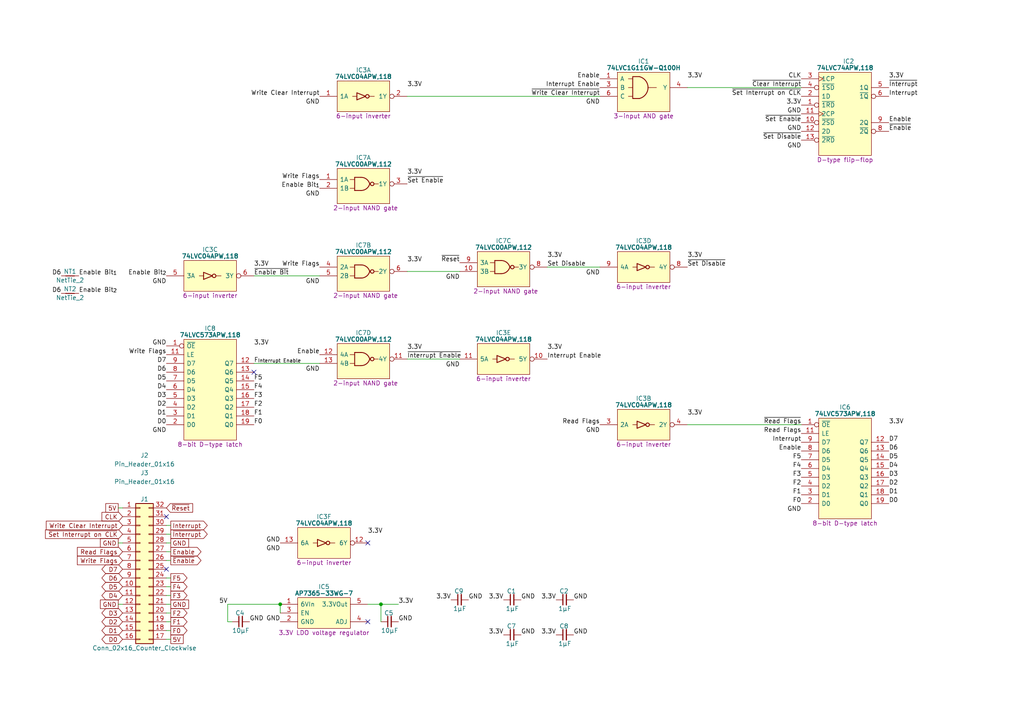
<source format=kicad_sch>
(kicad_sch (version 20231120) (generator "eeschema") (generator_version "8.0")
  (paper "A4")
  (title_block (title "Flags, Enable and Interrupt") (date "2024-02-19") (rev "V1"))
  (lib_symbols
    (symbol "74LVC04APW,118_Multi_1" (pin_names (offset 0.762))
      (property "Reference" "IC" (at 12.7 7.62 0))
      (property "Value" "74LVC04APW,118" (at 12.7 5.715 0))
      (property "Description" "6-input inverter" (at 12.7 -5.715 0))
      (symbol "74LVC04APW,118_Multi_1_0_0"
        (pin passive line (at 25.4 2.54 180) (length 5.08) hide (name "3V") (number "14"))
        (pin passive line (at 0 -2.54 0) (length 5.08) hide (name "GND") (number "7"))
      )
      (symbol "74LVC04APW,118_Multi_1_0_1"
        (polyline (pts (xy 9.525 0) (xy 10.7949 0)))
        (polyline (pts (xy 14.351 0) (xy 15.875 0)))
        (polyline (pts (xy 10.795 -1.016) (xy 13.335 0) (xy 10.795 1.016)) (stroke (width 0.254)))
        (polyline (pts (xy 5.08 4.445) (xy 20.32 4.445) (xy 20.32 -4.445) (xy 5.08 -4.445) (xy 5.08 4.445)) (stroke (width 0.1524)) (fill (type background)))
        (rectangle (start 10.795 1.016) (end 10.795 -1.016) (stroke (width 0.254)) (fill (type background)))
        (circle (center 13.843 0) (radius 0.508) (stroke (width 0.254)))
      )
      (symbol "74LVC04APW,118_Multi_1_1_0"
        (pin input line (at 0 0 0) (length 5.08) (name "1A") (number "1"))
        (pin output inverted (at 25.4 0 180) (length 5.08) (name "1Y") (number "2"))
      )
      (symbol "74LVC04APW,118_Multi_1_2_0"
        (pin input line (at 0 0 0) (length 5.08) (name "2A") (number "3"))
        (pin output inverted (at 25.4 0 180) (length 5.08) (name "2Y") (number "4"))
      )
      (symbol "74LVC04APW,118_Multi_1_3_0"
        (pin input line (at 0 0 0) (length 5.08) (name "3A") (number "5"))
        (pin output inverted (at 25.4 0 180) (length 5.08) (name "3Y") (number "6"))
      )
      (symbol "74LVC04APW,118_Multi_1_4_0"
        (pin output inverted (at 25.4 0 180) (length 5.08) (name "4Y") (number "8"))
        (pin input line (at 0 0 0) (length 5.08) (name "4A") (number "9"))
      )
      (symbol "74LVC04APW,118_Multi_1_5_0"
        (pin output inverted (at 25.4 0 180) (length 5.08) (name "5Y") (number "10"))
        (pin input line (at 0 0 0) (length 5.08) (name "5A") (number "11"))
      )
      (symbol "74LVC04APW,118_Multi_1_6_0"
        (pin output inverted (at 25.4 0 180) (length 5.08) (name "6Y") (number "12"))
        (pin input line (at 0 0 0) (length 5.08) (name "6A") (number "13"))
      )
    )
    (symbol "74LVC04APW,118_Multi_2" (pin_names (offset 0.762))
      (property "Reference" "IC" (at 12.7 7.62 0))
      (property "Value" "74LVC04APW,118" (at 12.7 5.715 0))
      (property "Description" "6-input inverter" (at 12.7 -5.715 0))
      (symbol "74LVC04APW,118_Multi_2_0_0"
        (pin passive line (at 25.4 2.54 180) (length 5.08) hide (name "3V") (number "14"))
        (pin passive line (at 0 -2.54 0) (length 5.08) hide (name "GND") (number "7"))
      )
      (symbol "74LVC04APW,118_Multi_2_0_1"
        (polyline (pts (xy 9.525 0) (xy 10.7949 0)))
        (polyline (pts (xy 14.351 0) (xy 15.875 0)))
        (polyline (pts (xy 10.795 -1.016) (xy 13.335 0) (xy 10.795 1.016)) (stroke (width 0.254)))
        (polyline (pts (xy 5.08 4.445) (xy 20.32 4.445) (xy 20.32 -4.445) (xy 5.08 -4.445) (xy 5.08 4.445)) (stroke (width 0.1524)) (fill (type background)))
        (rectangle (start 10.795 1.016) (end 10.795 -1.016) (stroke (width 0.254)) (fill (type background)))
        (circle (center 13.843 0) (radius 0.508) (stroke (width 0.254)))
      )
      (symbol "74LVC04APW,118_Multi_2_1_0"
        (pin input line (at 0 0 0) (length 5.08) (name "1A") (number "1"))
        (pin output inverted (at 25.4 0 180) (length 5.08) (name "1Y") (number "2"))
      )
      (symbol "74LVC04APW,118_Multi_2_2_0"
        (pin input line (at 0 0 0) (length 5.08) (name "2A") (number "3"))
        (pin output inverted (at 25.4 0 180) (length 5.08) (name "2Y") (number "4"))
      )
      (symbol "74LVC04APW,118_Multi_2_3_0"
        (pin input line (at 0 0 0) (length 5.08) (name "3A") (number "5"))
        (pin output inverted (at 25.4 0 180) (length 5.08) (name "3Y") (number "6"))
      )
      (symbol "74LVC04APW,118_Multi_2_4_0"
        (pin output inverted (at 25.4 0 180) (length 5.08) (name "4Y") (number "8"))
        (pin input line (at 0 0 0) (length 5.08) (name "4A") (number "9"))
      )
      (symbol "74LVC04APW,118_Multi_2_5_0"
        (pin output inverted (at 25.4 0 180) (length 5.08) (name "5Y") (number "10"))
        (pin input line (at 0 0 0) (length 5.08) (name "5A") (number "11"))
      )
      (symbol "74LVC04APW,118_Multi_2_6_0"
        (pin output inverted (at 25.4 0 180) (length 5.08) (name "6Y") (number "12"))
        (pin input line (at 0 0 0) (length 5.08) (name "6A") (number "13"))
      )
    )
    (symbol "74LVC04APW,118_Multi_3" (pin_names (offset 0.762))
      (property "Reference" "IC" (at 12.7 7.62 0))
      (property "Value" "74LVC04APW,118" (at 12.7 5.715 0))
      (property "Description" "6-input inverter" (at 12.7 -5.715 0))
      (symbol "74LVC04APW,118_Multi_3_0_0"
        (pin passive line (at 25.4 2.54 180) (length 5.08) hide (name "3V") (number "14"))
        (pin passive line (at 0 -2.54 0) (length 5.08) hide (name "GND") (number "7"))
      )
      (symbol "74LVC04APW,118_Multi_3_0_1"
        (polyline (pts (xy 9.525 0) (xy 10.7949 0)))
        (polyline (pts (xy 14.351 0) (xy 15.875 0)))
        (polyline (pts (xy 10.795 -1.016) (xy 13.335 0) (xy 10.795 1.016)) (stroke (width 0.254)))
        (polyline (pts (xy 5.08 4.445) (xy 20.32 4.445) (xy 20.32 -4.445) (xy 5.08 -4.445) (xy 5.08 4.445)) (stroke (width 0.1524)) (fill (type background)))
        (rectangle (start 10.795 1.016) (end 10.795 -1.016) (stroke (width 0.254)) (fill (type background)))
        (circle (center 13.843 0) (radius 0.508) (stroke (width 0.254)))
      )
      (symbol "74LVC04APW,118_Multi_3_1_0"
        (pin input line (at 0 0 0) (length 5.08) (name "1A") (number "1"))
        (pin output inverted (at 25.4 0 180) (length 5.08) (name "1Y") (number "2"))
      )
      (symbol "74LVC04APW,118_Multi_3_2_0"
        (pin input line (at 0 0 0) (length 5.08) (name "2A") (number "3"))
        (pin output inverted (at 25.4 0 180) (length 5.08) (name "2Y") (number "4"))
      )
      (symbol "74LVC04APW,118_Multi_3_3_0"
        (pin input line (at 0 0 0) (length 5.08) (name "3A") (number "5"))
        (pin output inverted (at 25.4 0 180) (length 5.08) (name "3Y") (number "6"))
      )
      (symbol "74LVC04APW,118_Multi_3_4_0"
        (pin output inverted (at 25.4 0 180) (length 5.08) (name "4Y") (number "8"))
        (pin input line (at 0 0 0) (length 5.08) (name "4A") (number "9"))
      )
      (symbol "74LVC04APW,118_Multi_3_5_0"
        (pin output inverted (at 25.4 0 180) (length 5.08) (name "5Y") (number "10"))
        (pin input line (at 0 0 0) (length 5.08) (name "5A") (number "11"))
      )
      (symbol "74LVC04APW,118_Multi_3_6_0"
        (pin output inverted (at 25.4 0 180) (length 5.08) (name "6Y") (number "12"))
        (pin input line (at 0 0 0) (length 5.08) (name "6A") (number "13"))
      )
    )
    (symbol "74LVC04APW,118_Multi_4" (pin_names (offset 0.762))
      (property "Reference" "IC" (at 12.7 7.62 0))
      (property "Value" "74LVC04APW,118" (at 12.7 5.715 0))
      (property "Description" "6-input inverter" (at 12.7 -5.715 0))
      (symbol "74LVC04APW,118_Multi_4_0_0"
        (pin passive line (at 25.4 2.54 180) (length 5.08) hide (name "3V") (number "14"))
        (pin passive line (at 0 -2.54 0) (length 5.08) hide (name "GND") (number "7"))
      )
      (symbol "74LVC04APW,118_Multi_4_0_1"
        (polyline (pts (xy 9.525 0) (xy 10.7949 0)))
        (polyline (pts (xy 14.351 0) (xy 15.875 0)))
        (polyline (pts (xy 10.795 -1.016) (xy 13.335 0) (xy 10.795 1.016)) (stroke (width 0.254)))
        (polyline (pts (xy 5.08 4.445) (xy 20.32 4.445) (xy 20.32 -4.445) (xy 5.08 -4.445) (xy 5.08 4.445)) (stroke (width 0.1524)) (fill (type background)))
        (rectangle (start 10.795 1.016) (end 10.795 -1.016) (stroke (width 0.254)) (fill (type background)))
        (circle (center 13.843 0) (radius 0.508) (stroke (width 0.254)))
      )
      (symbol "74LVC04APW,118_Multi_4_1_0"
        (pin input line (at 0 0 0) (length 5.08) (name "1A") (number "1"))
        (pin output inverted (at 25.4 0 180) (length 5.08) (name "1Y") (number "2"))
      )
      (symbol "74LVC04APW,118_Multi_4_2_0"
        (pin input line (at 0 0 0) (length 5.08) (name "2A") (number "3"))
        (pin output inverted (at 25.4 0 180) (length 5.08) (name "2Y") (number "4"))
      )
      (symbol "74LVC04APW,118_Multi_4_3_0"
        (pin input line (at 0 0 0) (length 5.08) (name "3A") (number "5"))
        (pin output inverted (at 25.4 0 180) (length 5.08) (name "3Y") (number "6"))
      )
      (symbol "74LVC04APW,118_Multi_4_4_0"
        (pin output inverted (at 25.4 0 180) (length 5.08) (name "4Y") (number "8"))
        (pin input line (at 0 0 0) (length 5.08) (name "4A") (number "9"))
      )
      (symbol "74LVC04APW,118_Multi_4_5_0"
        (pin output inverted (at 25.4 0 180) (length 5.08) (name "5Y") (number "10"))
        (pin input line (at 0 0 0) (length 5.08) (name "5A") (number "11"))
      )
      (symbol "74LVC04APW,118_Multi_4_6_0"
        (pin output inverted (at 25.4 0 180) (length 5.08) (name "6Y") (number "12"))
        (pin input line (at 0 0 0) (length 5.08) (name "6A") (number "13"))
      )
    )
    (symbol "74LVC04APW,118_Multi_5" (pin_names (offset 0.762))
      (property "Reference" "IC" (at 12.7 7.62 0))
      (property "Value" "74LVC04APW,118" (at 12.7 5.715 0))
      (property "Description" "6-input inverter" (at 12.7 -5.715 0))
      (symbol "74LVC04APW,118_Multi_5_0_0"
        (pin passive line (at 25.4 2.54 180) (length 5.08) hide (name "3V") (number "14"))
        (pin passive line (at 0 -2.54 0) (length 5.08) hide (name "GND") (number "7"))
      )
      (symbol "74LVC04APW,118_Multi_5_0_1"
        (polyline (pts (xy 9.525 0) (xy 10.7949 0)))
        (polyline (pts (xy 14.351 0) (xy 15.875 0)))
        (polyline (pts (xy 10.795 -1.016) (xy 13.335 0) (xy 10.795 1.016)) (stroke (width 0.254)))
        (polyline (pts (xy 5.08 4.445) (xy 20.32 4.445) (xy 20.32 -4.445) (xy 5.08 -4.445) (xy 5.08 4.445)) (stroke (width 0.1524)) (fill (type background)))
        (rectangle (start 10.795 1.016) (end 10.795 -1.016) (stroke (width 0.254)) (fill (type background)))
        (circle (center 13.843 0) (radius 0.508) (stroke (width 0.254)))
      )
      (symbol "74LVC04APW,118_Multi_5_1_0"
        (pin input line (at 0 0 0) (length 5.08) (name "1A") (number "1"))
        (pin output inverted (at 25.4 0 180) (length 5.08) (name "1Y") (number "2"))
      )
      (symbol "74LVC04APW,118_Multi_5_2_0"
        (pin input line (at 0 0 0) (length 5.08) (name "2A") (number "3"))
        (pin output inverted (at 25.4 0 180) (length 5.08) (name "2Y") (number "4"))
      )
      (symbol "74LVC04APW,118_Multi_5_3_0"
        (pin input line (at 0 0 0) (length 5.08) (name "3A") (number "5"))
        (pin output inverted (at 25.4 0 180) (length 5.08) (name "3Y") (number "6"))
      )
      (symbol "74LVC04APW,118_Multi_5_4_0"
        (pin output inverted (at 25.4 0 180) (length 5.08) (name "4Y") (number "8"))
        (pin input line (at 0 0 0) (length 5.08) (name "4A") (number "9"))
      )
      (symbol "74LVC04APW,118_Multi_5_5_0"
        (pin output inverted (at 25.4 0 180) (length 5.08) (name "5Y") (number "10"))
        (pin input line (at 0 0 0) (length 5.08) (name "5A") (number "11"))
      )
      (symbol "74LVC04APW,118_Multi_5_6_0"
        (pin output inverted (at 25.4 0 180) (length 5.08) (name "6Y") (number "12"))
        (pin input line (at 0 0 0) (length 5.08) (name "6A") (number "13"))
      )
    )
    (symbol "Connector_Generic:Conn_02x16_Counter_Clockwise" (pin_names (offset 1.016) hide)
      (property "Reference" "J" (at 1.27 20.32 0))
      (property "Value" "Conn_02x16_Counter_Clockwise" (at 1.27 -22.86 0))
      (symbol "Conn_02x16_Counter_Clockwise_1_1"
        (rectangle (start -1.27 -20.193) (end 0 -20.447) (stroke (width 0.1524)))
        (rectangle (start -1.27 -17.653) (end 0 -17.907) (stroke (width 0.1524)))
        (rectangle (start -1.27 -15.113) (end 0 -15.367) (stroke (width 0.1524)))
        (rectangle (start -1.27 -12.573) (end 0 -12.827) (stroke (width 0.1524)))
        (rectangle (start -1.27 -10.033) (end 0 -10.287) (stroke (width 0.1524)))
        (rectangle (start -1.27 -7.493) (end 0 -7.747) (stroke (width 0.1524)))
        (rectangle (start -1.27 -4.953) (end 0 -5.207) (stroke (width 0.1524)))
        (rectangle (start -1.27 -2.413) (end 0 -2.667) (stroke (width 0.1524)))
        (rectangle (start -1.27 0.127) (end 0 -0.127) (stroke (width 0.1524)))
        (rectangle (start -1.27 2.667) (end 0 2.413) (stroke (width 0.1524)))
        (rectangle (start -1.27 5.207) (end 0 4.953) (stroke (width 0.1524)))
        (rectangle (start -1.27 7.747) (end 0 7.493) (stroke (width 0.1524)))
        (rectangle (start -1.27 10.287) (end 0 10.033) (stroke (width 0.1524)))
        (rectangle (start -1.27 12.827) (end 0 12.573) (stroke (width 0.1524)))
        (rectangle (start -1.27 15.367) (end 0 15.113) (stroke (width 0.1524)))
        (rectangle (start -1.27 17.907) (end 0 17.653) (stroke (width 0.1524)))
        (rectangle (start -1.27 19.05) (end 3.81 -21.59) (stroke (width 0.254)) (fill (type background)))
        (rectangle (start 3.81 -20.193) (end 2.54 -20.447) (stroke (width 0.1524)))
        (rectangle (start 3.81 -17.653) (end 2.54 -17.907) (stroke (width 0.1524)))
        (rectangle (start 3.81 -15.113) (end 2.54 -15.367) (stroke (width 0.1524)))
        (rectangle (start 3.81 -12.573) (end 2.54 -12.827) (stroke (width 0.1524)))
        (rectangle (start 3.81 -10.033) (end 2.54 -10.287) (stroke (width 0.1524)))
        (rectangle (start 3.81 -7.493) (end 2.54 -7.747) (stroke (width 0.1524)))
        (rectangle (start 3.81 -4.953) (end 2.54 -5.207) (stroke (width 0.1524)))
        (rectangle (start 3.81 -2.413) (end 2.54 -2.667) (stroke (width 0.1524)))
        (rectangle (start 3.81 0.127) (end 2.54 -0.127) (stroke (width 0.1524)))
        (rectangle (start 3.81 2.667) (end 2.54 2.413) (stroke (width 0.1524)))
        (rectangle (start 3.81 5.207) (end 2.54 4.953) (stroke (width 0.1524)))
        (rectangle (start 3.81 7.747) (end 2.54 7.493) (stroke (width 0.1524)))
        (rectangle (start 3.81 10.287) (end 2.54 10.033) (stroke (width 0.1524)))
        (rectangle (start 3.81 12.827) (end 2.54 12.573) (stroke (width 0.1524)))
        (rectangle (start 3.81 15.367) (end 2.54 15.113) (stroke (width 0.1524)))
        (rectangle (start 3.81 17.907) (end 2.54 17.653) (stroke (width 0.1524)))
        (pin passive line (at -5.08 17.78 0) (length 3.81) (name "Pin_1") (number "1"))
        (pin passive line (at -5.08 -5.08 0) (length 3.81) (name "Pin_10") (number "10"))
        (pin passive line (at -5.08 -7.62 0) (length 3.81) (name "Pin_11") (number "11"))
        (pin passive line (at -5.08 -10.16 0) (length 3.81) (name "Pin_12") (number "12"))
        (pin passive line (at -5.08 -12.7 0) (length 3.81) (name "Pin_13") (number "13"))
        (pin passive line (at -5.08 -15.24 0) (length 3.81) (name "Pin_14") (number "14"))
        (pin passive line (at -5.08 -17.78 0) (length 3.81) (name "Pin_15") (number "15"))
        (pin passive line (at -5.08 -20.32 0) (length 3.81) (name "Pin_16") (number "16"))
        (pin passive line (at 7.62 -20.32 180) (length 3.81) (name "Pin_17") (number "17"))
        (pin passive line (at 7.62 -17.78 180) (length 3.81) (name "Pin_18") (number "18"))
        (pin passive line (at 7.62 -15.24 180) (length 3.81) (name "Pin_19") (number "19"))
        (pin passive line (at -5.08 15.24 0) (length 3.81) (name "Pin_2") (number "2"))
        (pin passive line (at 7.62 -12.7 180) (length 3.81) (name "Pin_20") (number "20"))
        (pin passive line (at 7.62 -10.16 180) (length 3.81) (name "Pin_21") (number "21"))
        (pin passive line (at 7.62 -7.62 180) (length 3.81) (name "Pin_22") (number "22"))
        (pin passive line (at 7.62 -5.08 180) (length 3.81) (name "Pin_23") (number "23"))
        (pin passive line (at 7.62 -2.54 180) (length 3.81) (name "Pin_24") (number "24"))
        (pin passive line (at 7.62 0 180) (length 3.81) (name "Pin_25") (number "25"))
        (pin passive line (at 7.62 2.54 180) (length 3.81) (name "Pin_26") (number "26"))
        (pin passive line (at 7.62 5.08 180) (length 3.81) (name "Pin_27") (number "27"))
        (pin passive line (at 7.62 7.62 180) (length 3.81) (name "Pin_28") (number "28"))
        (pin passive line (at 7.62 10.16 180) (length 3.81) (name "Pin_29") (number "29"))
        (pin passive line (at -5.08 12.7 0) (length 3.81) (name "Pin_3") (number "3"))
        (pin passive line (at 7.62 12.7 180) (length 3.81) (name "Pin_30") (number "30"))
        (pin passive line (at 7.62 15.24 180) (length 3.81) (name "Pin_31") (number "31"))
        (pin passive line (at 7.62 17.78 180) (length 3.81) (name "Pin_32") (number "32"))
        (pin passive line (at -5.08 10.16 0) (length 3.81) (name "Pin_4") (number "4"))
        (pin passive line (at -5.08 7.62 0) (length 3.81) (name "Pin_5") (number "5"))
        (pin passive line (at -5.08 5.08 0) (length 3.81) (name "Pin_6") (number "6"))
        (pin passive line (at -5.08 2.54 0) (length 3.81) (name "Pin_7") (number "7"))
        (pin passive line (at -5.08 0 0) (length 3.81) (name "Pin_8") (number "8"))
        (pin passive line (at -5.08 -2.54 0) (length 3.81) (name "Pin_9") (number "9"))
      )
    )
    (symbol "Device:NetTie_2" (pin_numbers hide) (pin_names (offset 0) hide) (in_bom no)
      (property "Reference" "NT" (at 0 1.27 0))
      (property "Value" "NetTie_2" (at 0 -1.27 0))
      (symbol "NetTie_2_0_1"
        (polyline (pts (xy -1.27 0) (xy 1.27 0)) (stroke (width 0.254)))
      )
      (symbol "NetTie_2_1_1"
        (pin passive line (at -2.54 0 0) (length 2.54) (name "1") (number "1"))
        (pin passive line (at 2.54 0 180) (length 2.54) (name "2") (number "2"))
      )
    )
    (symbol "Diodes_Inc:AP7365-33WG-7" (pin_names (offset 0.762))
      (property "Reference" "IC" (at 12.7 5.08 0))
      (property "Value" "AP7365-33WG-7" (at 12.7 3.175 0))
      (property "Description" "3.3V LDO voltage regulator" (at 12.7 -8.255 0))
      (symbol "AP7365-33WG-7_0_0"
        (pin passive line (at 0 -5.08 0) (length 5.08) (name "GND") (number "2"))
        (pin input line (at 0 -2.54 0) (length 5.08) (name "EN") (number "3"))
        (pin passive line (at 25.4 -5.08 180) (length 5.08) (name "ADJ") (number "4"))
      )
      (symbol "AP7365-33WG-7_0_1"
        (polyline (pts (xy 5.08 1.905) (xy 20.32 1.905) (xy 20.32 -6.985) (xy 5.08 -6.985) (xy 5.08 1.905)) (fill (type background)))
      )
      (symbol "AP7365-33WG-7_1_0"
        (pin passive line (at 0 0 0) (length 5.08) (name "6VIn") (number "1"))
        (pin passive line (at 25.4 0 180) (length 5.08) (name "3.3VOut") (number "5"))
      )
    )
    (symbol "HCP65:C_0805" (pin_numbers hide) (pin_names (offset 0.254) hide)
      (property "Reference" "C" (at 2.286 2.54 0))
      (property "Value" "?μF" (at 2.54 -2.54 0))
      (symbol "C_0805_0_1"
        (polyline (pts (xy 1.9685 -1.4605) (xy 1.9685 1.5875)) (stroke (width 0.3048)))
        (polyline (pts (xy 2.9845 -1.4605) (xy 2.9845 1.5875)) (stroke (width 0.3302)))
      )
      (symbol "C_0805_1_1"
        (pin passive line (at 0 0 0) (length 2.032) (name "~") (number "1"))
        (pin passive line (at 5.08 0 180) (length 2.032) (name "~") (number "2"))
      )
    )
    (symbol "HCP65:Pin_Header_01x32" (pin_names (offset 1.016) hide)
      (property "Reference" "J" (at 0 1.27 0))
      (property "Value" "Pin_Header_01x32" (at 0 -1.27 0))
    )
    (symbol "Nexperia:74LVC00APW,112_Multi" (pin_names (offset 0.762))
      (property "Reference" "IC" (at 12.7 6.35 0))
      (property "Value" "74LVC00APW,112" (at 12.7 4.445 0))
      (property "Description" "2-input NAND gate" (at 13.335 -8.255 0))
      (symbol "74LVC00APW,112_Multi_0_0"
        (pin passive line (at 25.4 1.27 180) (length 5.08) hide (name "3V") (number "14"))
        (pin passive line (at 0 -5.08 0) (length 5.08) hide (name "GND") (number "7"))
      )
      (symbol "74LVC00APW,112_Multi_0_1"
        (polyline (pts (xy 8.802 -2.54) (xy 10.0719 -2.54)))
        (polyline (pts (xy 8.802 0) (xy 10.0719 0)))
        (polyline (pts (xy 10.16 0.635) (xy 10.16 -3.175)) (stroke (width 0.254)) (fill (type background)))
        (polyline (pts (xy 11.977 -3.175) (xy 10.16 -3.175)) (stroke (width 0.254)) (fill (type background)))
        (polyline (pts (xy 11.977 0.635) (xy 10.16 0.635)) (stroke (width 0.254)) (fill (type background)))
        (polyline (pts (xy 15.875 -1.27) (xy 17.057 -1.27)))
        (polyline (pts (xy 5.08 3.175) (xy 20.32 3.175) (xy 20.32 -6.985) (xy 5.08 -6.985) (xy 5.08 3.175)) (stroke (width 0.1524)) (fill (type background)))
        (arc (start 11.977 -3.175) (mid 13.5751 -2.6601) (end 14.517 -1.27) (stroke (width 0.254)))
        (arc (start 14.517 -1.27) (mid 13.5761 0.1213) (end 11.977 0.635) (stroke (width 0.254)))
        (circle (center 15.24 -1.27) (radius 0.508) (stroke (width 0.254)))
      )
      (symbol "74LVC00APW,112_Multi_1_0"
        (pin input line (at 0 0 0) (length 5.08) (name "1A") (number "1"))
        (pin input line (at 0 -2.54 0) (length 5.08) (name "1B") (number "2"))
        (pin output inverted (at 25.4 -1.27 180) (length 5.08) (name "1Y") (number "3"))
      )
      (symbol "74LVC00APW,112_Multi_2_0"
        (pin input line (at 0 0 0) (length 5.08) (name "2A") (number "4"))
        (pin input line (at 0 -2.54 0) (length 5.08) (name "2B") (number "5"))
        (pin output inverted (at 25.4 -1.27 180) (length 5.08) (name "2Y") (number "6"))
      )
      (symbol "74LVC00APW,112_Multi_3_0"
        (pin input line (at 0 -2.54 0) (length 5.08) (name "3B") (number "10"))
        (pin output inverted (at 25.4 -1.27 180) (length 5.08) (name "3Y") (number "8"))
        (pin input line (at 0 0 0) (length 5.08) (name "3A") (number "9"))
      )
      (symbol "74LVC00APW,112_Multi_4_0"
        (pin output inverted (at 25.4 -1.27 180) (length 5.08) (name "4Y") (number "11"))
        (pin input line (at 0 0 0) (length 5.08) (name "4A") (number "12"))
        (pin input line (at 0 -2.54 0) (length 5.08) (name "4B") (number "13"))
      )
    )
    (symbol "Nexperia:74LVC04APW,118_Multi" (pin_names (offset 0.762))
      (property "Reference" "IC" (at 12.7 7.62 0))
      (property "Value" "74LVC04APW,118" (at 12.7 5.715 0))
      (property "Description" "6-input inverter" (at 12.7 -5.715 0))
      (symbol "74LVC04APW,118_Multi_0_0"
        (pin passive line (at 25.4 2.54 180) (length 5.08) hide (name "3V") (number "14"))
        (pin passive line (at 0 -2.54 0) (length 5.08) hide (name "GND") (number "7"))
      )
      (symbol "74LVC04APW,118_Multi_0_1"
        (polyline (pts (xy 9.525 0) (xy 10.7949 0)))
        (polyline (pts (xy 14.351 0) (xy 15.875 0)))
        (polyline (pts (xy 10.795 -1.016) (xy 13.335 0) (xy 10.795 1.016)) (stroke (width 0.254)))
        (polyline (pts (xy 5.08 4.445) (xy 20.32 4.445) (xy 20.32 -4.445) (xy 5.08 -4.445) (xy 5.08 4.445)) (stroke (width 0.1524)) (fill (type background)))
        (rectangle (start 10.795 1.016) (end 10.795 -1.016) (stroke (width 0.254)) (fill (type background)))
        (circle (center 13.843 0) (radius 0.508) (stroke (width 0.254)))
      )
      (symbol "74LVC04APW,118_Multi_1_0"
        (pin input line (at 0 0 0) (length 5.08) (name "1A") (number "1"))
        (pin output inverted (at 25.4 0 180) (length 5.08) (name "1Y") (number "2"))
      )
      (symbol "74LVC04APW,118_Multi_2_0"
        (pin input line (at 0 0 0) (length 5.08) (name "2A") (number "3"))
        (pin output inverted (at 25.4 0 180) (length 5.08) (name "2Y") (number "4"))
      )
      (symbol "74LVC04APW,118_Multi_3_0"
        (pin input line (at 0 0 0) (length 5.08) (name "3A") (number "5"))
        (pin output inverted (at 25.4 0 180) (length 5.08) (name "3Y") (number "6"))
      )
      (symbol "74LVC04APW,118_Multi_4_0"
        (pin output inverted (at 25.4 0 180) (length 5.08) (name "4Y") (number "8"))
        (pin input line (at 0 0 0) (length 5.08) (name "4A") (number "9"))
      )
      (symbol "74LVC04APW,118_Multi_5_0"
        (pin output inverted (at 25.4 0 180) (length 5.08) (name "5Y") (number "10"))
        (pin input line (at 0 0 0) (length 5.08) (name "5A") (number "11"))
      )
      (symbol "74LVC04APW,118_Multi_6_0"
        (pin output inverted (at 25.4 0 180) (length 5.08) (name "6Y") (number "12"))
        (pin input line (at 0 0 0) (length 5.08) (name "6A") (number "13"))
      )
    )
    (symbol "Nexperia:74LVC1G11GW-Q100H" (pin_names (offset 0.762))
      (property "Reference" "IC" (at 12.7 5.08 0))
      (property "Value" "74LVC1G11GW-Q100H" (at 12.7 3.175 0))
      (property "Description" "3-input AND gate" (at 12.7 -10.795 0))
      (symbol "74LVC1G11GW-Q100H_0_0"
        (pin input line (at 0 0 0) (length 5.08) (name "A") (number "1"))
        (pin input line (at 0 -2.54 0) (length 5.08) (name "B") (number "3"))
        (pin output line (at 25.4 -2.54 180) (length 5.08) (name "Y") (number "4"))
        (pin input line (at 0 -5.08 0) (length 5.08) (name "C") (number "6"))
      )
      (symbol "74LVC1G11GW-Q100H_0_1"
        (polyline (pts (xy 8.255 -5.08) (xy 9.5249 -5.08)))
        (polyline (pts (xy 8.255 -2.54) (xy 9.5249 -2.54)))
        (polyline (pts (xy 8.255 0) (xy 9.5249 0)))
        (polyline (pts (xy 9.525 0.635) (xy 9.525 -5.715)) (stroke (width 0.254)) (fill (type background)))
        (polyline (pts (xy 11.43 -5.715) (xy 9.613 -5.715)) (stroke (width 0.254)) (fill (type background)))
        (polyline (pts (xy 11.43 0.635) (xy 9.613 0.635)) (stroke (width 0.254)) (fill (type background)))
        (polyline (pts (xy 13.97 -2.54) (xy 16.422 -2.54)))
        (polyline (pts (xy 5.08 1.905) (xy 20.32 1.905) (xy 20.32 -9.525) (xy 5.08 -9.525) (xy 5.08 1.905)) (stroke (width 0.1524)) (fill (type background)))
        (arc (start 11.43 -5.715) (mid 13.2458 -4.5642) (end 13.97 -2.54) (stroke (width 0.254)))
        (arc (start 13.97 -2.54) (mid 13.2471 -0.5149) (end 11.43 0.635) (stroke (width 0.254)))
      )
      (symbol "74LVC1G11GW-Q100H_1_0"
        (pin passive line (at 0 -7.62 0) (length 5.08) hide (name "GND") (number "2"))
        (pin passive line (at 25.4 0 180) (length 5.08) hide (name "3V") (number "5"))
      )
    )
    (symbol "Nexperia:74LVC573APW,118" (pin_names (offset 0.762))
      (property "Reference" "IC" (at 12.7 5.08 0))
      (property "Value" "74LVC573APW,118" (at 12.7 3.175 0))
      (property "Description" "8-bit D-type latch" (at 12.7 -28.575 0))
      (symbol "74LVC573APW,118_0_0"
        (pin input inverted (at 0 0 0) (length 5.08) (name "~{OE}") (number "1"))
        (pin passive line (at 0 -25.4 0) (length 5.08) hide (name "GND") (number "10"))
        (pin input line (at 0 -2.54 0) (length 5.08) (name "LE") (number "11"))
        (pin tri_state line (at 25.4 -5.08 180) (length 5.08) (name "Q7") (number "12"))
        (pin tri_state line (at 25.4 -7.62 180) (length 5.08) (name "Q6") (number "13"))
        (pin tri_state line (at 25.4 -10.16 180) (length 5.08) (name "Q5") (number "14"))
        (pin tri_state line (at 25.4 -12.7 180) (length 5.08) (name "Q4") (number "15"))
        (pin tri_state line (at 25.4 -15.24 180) (length 5.08) (name "Q3") (number "16"))
        (pin tri_state line (at 25.4 -17.78 180) (length 5.08) (name "Q2") (number "17"))
        (pin tri_state line (at 25.4 -20.32 180) (length 5.08) (name "Q1") (number "18"))
        (pin tri_state line (at 25.4 -22.86 180) (length 5.08) (name "Q0") (number "19"))
        (pin input line (at 0 -22.86 0) (length 5.08) (name "D0") (number "2"))
        (pin passive line (at 25.4 0 180) (length 5.08) hide (name "3V") (number "20"))
        (pin input line (at 0 -20.32 0) (length 5.08) (name "D1") (number "3"))
        (pin input line (at 0 -17.78 0) (length 5.08) (name "D2") (number "4"))
        (pin input line (at 0 -15.24 0) (length 5.08) (name "D3") (number "5"))
        (pin input line (at 0 -12.7 0) (length 5.08) (name "D4") (number "6"))
        (pin input line (at 0 -10.16 0) (length 5.08) (name "D5") (number "7"))
        (pin input line (at 0 -7.62 0) (length 5.08) (name "D6") (number "8"))
        (pin input line (at 0 -5.08 0) (length 5.08) (name "D7") (number "9"))
      )
      (symbol "74LVC573APW,118_0_1"
        (polyline (pts (xy 5.08 1.905) (xy 20.32 1.905) (xy 20.32 -27.305) (xy 5.08 -27.305) (xy 5.08 1.905)) (stroke (width 0.1524)) (fill (type background)))
      )
    )
    (symbol "Nexperia:74LVC74APW,118" (pin_names (offset 0.762))
      (property "Reference" "IC" (at 12.065 5.08 0))
      (property "Value" "74LVC74APW,118" (at 12.7 3.175 0))
      (property "Description" "D-type flip-flop" (at 12.7 -23.495 0))
      (symbol "74LVC74APW,118_0_0"
        (pin input inverted (at 0 -7.62 0) (length 5.08) (name "~{1RD}") (number "1"))
        (pin input inverted (at 0 -12.7 0) (length 5.08) (name "~{2SD}") (number "10"))
        (pin input clock (at 0 -10.16 0) (length 5.08) (name "2CP") (number "11"))
        (pin input line (at 0 -15.24 0) (length 5.08) (name "2D") (number "12"))
        (pin input inverted (at 0 -17.78 0) (length 5.08) (name "~{2RD}") (number "13"))
        (pin passive line (at 25.4 0 180) (length 5.08) hide (name "3V") (number "14"))
        (pin input line (at 0 -5.08 0) (length 5.08) (name "1D") (number "2"))
        (pin input clock (at 0 0 0) (length 5.08) (name "1CP") (number "3"))
        (pin input inverted (at 0 -2.54 0) (length 5.08) (name "~{1SD}") (number "4"))
        (pin output line (at 25.4 -2.54 180) (length 5.08) (name "1Q") (number "5"))
        (pin output inverted (at 25.4 -5.08 180) (length 5.08) (name "~{1Q}") (number "6"))
        (pin passive line (at 0 -20.32 0) (length 5.08) hide (name "GND") (number "7"))
        (pin output inverted (at 25.4 -15.24 180) (length 5.08) (name "~{2Q}") (number "8"))
        (pin output line (at 25.4 -12.7 180) (length 5.08) (name "2Q") (number "9"))
      )
      (symbol "74LVC74APW,118_0_1"
        (polyline (pts (xy 5.08 1.905) (xy 20.32 1.905) (xy 20.32 -22.225) (xy 5.08 -22.225) (xy 5.08 1.905)) (stroke (width 0.1524)) (fill (type background)))
      )
    )
  )
  (junction (at 81.28 175.26))
  (junction (at 110.49 175.26))
  (no_connect (at 106.68 180.34))
  (no_connect (at 48.26 165.1))
  (no_connect (at 48.26 149.86))
  (no_connect (at 73.66 107.95))
  (no_connect (at 106.68 157.48))
  (wire (pts (xy 49.53 157.48) (xy 48.26 157.48)))
  (wire (pts (xy 34.29 175.26) (xy 35.56 175.26)))
  (wire (pts (xy 49.53 185.42) (xy 48.26 185.42)))
  (wire (pts (xy 110.49 180.34) (xy 110.49 175.26)))
  (wire (pts (xy 49.53 175.26) (xy 48.26 175.26)))
  (wire (pts (xy 49.53 180.34) (xy 48.26 180.34)))
  (wire (pts (xy 199.39 25.4) (xy 232.41 25.4)))
  (wire (pts (xy 49.53 170.18) (xy 48.26 170.18)))
  (wire (pts (xy 66.04 175.26) (xy 81.28 175.26)))
  (wire (pts (xy 49.53 167.64) (xy 48.26 167.64)))
  (wire (pts (xy 49.53 152.4) (xy 48.26 152.4)))
  (wire (pts (xy 118.11 104.14) (xy 133.35 104.14)))
  (wire (pts (xy 34.29 157.48) (xy 35.56 157.48)))
  (wire (pts (xy 81.28 175.26) (xy 81.28 177.8)))
  (wire (pts (xy 232.41 123.19) (xy 199.39 123.19)))
  (wire (pts (xy 49.53 154.94) (xy 48.26 154.94)))
  (wire (pts (xy 49.53 160.02) (xy 48.26 160.02)))
  (wire (pts (xy 49.53 172.72) (xy 48.26 172.72)))
  (wire (pts (xy 106.68 175.26) (xy 110.49 175.26)))
  (wire (pts (xy 49.53 162.56) (xy 48.26 162.56)))
  (wire (pts (xy 118.11 78.74) (xy 133.35 78.74)))
  (wire (pts (xy 118.11 27.94) (xy 173.99 27.94)))
  (wire (pts (xy 73.66 80.01) (xy 92.71 80.01)))
  (wire (pts (xy 158.75 77.47) (xy 173.99 77.47)))
  (wire (pts (xy 66.04 175.26) (xy 66.04 180.34)))
  (wire (pts (xy 49.53 177.8) (xy 48.26 177.8)))
  (wire (pts (xy 49.53 182.88) (xy 48.26 182.88)))
  (wire (pts (xy 73.66 105.41) (xy 92.71 105.41)))
  (wire (pts (xy 66.04 180.34) (xy 67.31 180.34)))
  (wire (pts (xy 34.29 147.32) (xy 35.56 147.32)))
  (wire (pts (xy 110.49 175.26) (xy 115.57 175.26)))
  (label "F5" (at 73.66 110.49 0))
  (label "3.3V" (at 146.05 173.99 180))
  (label "CLK" (at 232.41 22.86 180))
  (label "D3" (at 257.81 138.43 0))
  (label "GND" (at 232.41 43.18 180))
  (label "GND" (at 173.99 80.01 180))
  (label "3.3V" (at 199.39 74.93 0))
  (label "GND" (at 81.28 160.02 180))
  (label "F0" (at 232.41 146.05 180))
  (label "Interrupt Enable" (at 173.99 25.4 180))
  (label "~{Interrupt Enable}" (at 118.11 104.14 0))
  (label "F4" (at 232.41 135.89 180))
  (label "D7" (at 48.26 105.41 180))
  (label "F3" (at 73.66 115.57 0))
  (label "GND" (at 115.57 180.34 0))
  (label "GND" (at 173.99 125.73 180))
  (label "D2" (at 48.26 118.11 180))
  (label "GND" (at 48.26 125.73 180))
  (label "D6" (at 257.81 130.81 0))
  (label "3.3V" (at 118.11 50.8 0))
  (label "D4" (at 257.81 135.89 0))
  (label "~{Set Disable}" (at 232.41 40.64 180))
  (label "3.3V" (at 199.39 120.65 0))
  (label "GND" (at 166.37 184.15 0))
  (label "Interrupt" (at 257.81 27.94 0))
  (label "GND" (at 92.71 82.55 180))
  (label "~{Interrupt}" (at 257.81 25.4 0))
  (label "3.3V" (at 158.75 74.93 0))
  (label "GND" (at 92.71 30.48 180))
  (label "GND" (at 72.39 180.34 0))
  (label "5V" (at 66.04 175.26 180))
  (label "Write Flags" (at 48.26 102.87 180))
  (label "GND" (at 81.28 157.48 180))
  (label "D6" (at 48.26 107.95 180))
  (label "GND" (at 232.41 148.59 180))
  (label "Read Flags" (at 173.99 123.19 180))
  (label "F5" (at 232.41 133.35 180))
  (label "GND" (at 166.37 173.99 0))
  (label "D7" (at 257.81 128.27 0))
  (label "Enable" (at 232.41 130.81 180))
  (label "3.3V" (at 232.41 30.48 180))
  (label "GND" (at 151.13 184.15 0))
  (label "D0" (at 257.81 146.05 0))
  (label "3.3V" (at 257.81 22.86 0))
  (label "Enable Bit_{1}" (at 22.86 80.01 0))
  (label "GND" (at 81.28 180.34 180))
  (label "3.3V" (at 118.11 25.4 0))
  (label "Enable Bit_{2}" (at 22.86 85.09 0))
  (label "~{Enable Bit}" (at 73.66 80.01 0))
  (label "3.3V" (at 158.75 101.6 0))
  (label "GND" (at 232.41 38.1 180))
  (label "Set Disable" (at 158.75 77.47 0))
  (label "Interrupt Enable" (at 158.75 104.14 0))
  (label "D1" (at 48.26 120.65 180))
  (label "3.3V" (at 199.39 22.86 0))
  (label "F1" (at 73.66 120.65 0))
  (label "D6" (at 17.78 85.09 180))
  (label "3.3V" (at 161.29 173.99 180))
  (label "3.3V" (at 161.29 184.15 180))
  (label "~{Set Enable}" (at 118.11 53.34 0))
  (label "F3" (at 232.41 138.43 180))
  (label "F4" (at 73.66 113.03 0))
  (label "Write Clear Interrupt" (at 92.71 27.94 180))
  (label "F0" (at 73.66 123.19 0))
  (label "~{Clear Interrupt}" (at 232.41 25.4 180))
  (label "GND" (at 92.71 107.95 180))
  (label "GND" (at 135.89 173.99 0))
  (label "D5" (at 48.26 110.49 180))
  (label "GND" (at 232.41 33.02 180))
  (label "D6" (at 17.78 80.01 180))
  (label "~{Set Interrupt on CLK}" (at 232.41 27.94 180))
  (label "Enable" (at 92.71 102.87 180))
  (label "Enable Bit_{1}" (at 92.71 54.61 180))
  (label "~{Set Enable}" (at 232.41 35.56 180))
  (label "D3" (at 48.26 115.57 180))
  (label "D4" (at 48.26 113.03 180))
  (label "3.3V" (at 118.11 76.2 0))
  (label "GND" (at 48.26 100.33 180))
  (label "~{Reset}" (at 133.35 76.2 180))
  (label "F2" (at 232.41 140.97 180))
  (label "3.3V" (at 146.05 184.15 180))
  (label "3.3V" (at 115.57 175.26 0))
  (label "Write Flags" (at 92.71 52.07 180))
  (label "GND" (at 173.99 30.48 180))
  (label "3.3V" (at 73.66 100.33 0))
  (label "~{Read Flags}" (at 232.41 123.19 180))
  (label "~{Write Clear Interrupt}" (at 173.99 27.94 180))
  (label "D1" (at 257.81 143.51 0))
  (label "Enable Bit_{2}" (at 48.26 80.01 180))
  (label "3.3V" (at 73.66 77.47 0))
  (label "Enable" (at 173.99 22.86 180))
  (label "GND" (at 48.26 82.55 180))
  (label "GND" (at 133.35 81.28 180))
  (label "D5" (at 257.81 133.35 0))
  (label "F1" (at 232.41 143.51 180))
  (label "GND" (at 151.13 173.99 0))
  (label "~{Set Disable}" (at 199.39 77.47 0))
  (label "Write Flags" (at 92.71 77.47 180))
  (label "D0" (at 48.26 123.19 180))
  (label "3.3V" (at 130.81 173.99 180))
  (label "3.3V" (at 118.11 101.6 0))
  (label "F2" (at 73.66 118.11 0))
  (label "Read Flags" (at 232.41 125.73 180))
  (label "GND" (at 133.35 106.68 180))
  (label "Enable" (at 257.81 35.56 0))
  (label "F_{Interrupt Enable}" (at 73.66 105.41 0))
  (label "D2" (at 257.81 140.97 0))
  (label "Interrupt" (at 232.41 128.27 180))
  (label "GND" (at 92.71 57.15 180))
  (label "~{Enable}" (at 257.81 38.1 0))
  (label "3.3V" (at 106.68 154.94 0))
  (label "3.3V" (at 257.81 123.19 0))
  (global_label "~{Reset}" (shape input) (at 48.26 147.32 0) (property "Intersheetrefs" "${INTERSHEET_REFS}" (effects (hide yes))))
  (global_label "GND" (shape passive) (at 49.53 175.26 0) (property "Intersheetrefs" "${INTERSHEET_REFS}" (effects (hide yes))))
  (global_label "Enable" (shape output) (at 49.53 160.02 0) (property "Intersheetrefs" "${INTERSHEET_REFS}" (effects (hide yes))))
  (global_label "Write Flags" (shape input) (at 35.56 162.56 180) (property "Intersheetrefs" "${INTERSHEET_REFS}" (effects (hide yes))))
  (global_label "F0" (shape output) (at 49.53 182.88 0) (property "Intersheetrefs" "${INTERSHEET_REFS}" (effects (hide yes))))
  (global_label "F2" (shape output) (at 49.53 177.8 0) (property "Intersheetrefs" "${INTERSHEET_REFS}" (effects (hide yes))))
  (global_label "GND" (shape passive) (at 34.29 175.26 180) (property "Intersheetrefs" "${INTERSHEET_REFS}" (effects (hide yes))))
  (global_label "Read Flags" (shape input) (at 35.56 160.02 180) (property "Intersheetrefs" "${INTERSHEET_REFS}" (effects (hide yes))))
  (global_label "F5" (shape output) (at 49.53 167.64 0) (property "Intersheetrefs" "${INTERSHEET_REFS}" (effects (hide yes))))
  (global_label "F4" (shape output) (at 49.53 170.18 0) (property "Intersheetrefs" "${INTERSHEET_REFS}" (effects (hide yes))))
  (global_label "Interrupt" (shape output) (at 49.53 152.4 0) (property "Intersheetrefs" "${INTERSHEET_REFS}" (effects (hide yes))))
  (global_label "D0" (shape tri_state) (at 35.56 185.42 180) (property "Intersheetrefs" "${INTERSHEET_REFS}" (effects (hide yes))))
  (global_label "F3" (shape output) (at 49.53 172.72 0) (property "Intersheetrefs" "${INTERSHEET_REFS}" (effects (hide yes))))
  (global_label "CLK" (shape input) (at 35.56 149.86 180) (property "Intersheetrefs" "${INTERSHEET_REFS}" (effects (hide yes))))
  (global_label "F1" (shape output) (at 49.53 180.34 0) (property "Intersheetrefs" "${INTERSHEET_REFS}" (effects (hide yes))))
  (global_label "D3" (shape tri_state) (at 35.56 177.8 180) (property "Intersheetrefs" "${INTERSHEET_REFS}" (effects (hide yes))))
  (global_label "D6" (shape tri_state) (at 35.56 167.64 180) (property "Intersheetrefs" "${INTERSHEET_REFS}" (effects (hide yes))))
  (global_label "D1" (shape tri_state) (at 35.56 182.88 180) (property "Intersheetrefs" "${INTERSHEET_REFS}" (effects (hide yes))))
  (global_label "~{Enable}" (shape output) (at 49.53 162.56 0) (property "Intersheetrefs" "${INTERSHEET_REFS}" (effects (hide yes))))
  (global_label "D5" (shape tri_state) (at 35.56 170.18 180) (property "Intersheetrefs" "${INTERSHEET_REFS}" (effects (hide yes))))
  (global_label "~{Interrupt}" (shape output) (at 49.53 154.94 0) (property "Intersheetrefs" "${INTERSHEET_REFS}" (effects (hide yes))))
  (global_label "5V" (shape passive) (at 49.53 185.42 0) (property "Intersheetrefs" "${INTERSHEET_REFS}" (effects (hide yes))))
  (global_label "D4" (shape tri_state) (at 35.56 172.72 180) (property "Intersheetrefs" "${INTERSHEET_REFS}" (effects (hide yes))))
  (global_label "D7" (shape tri_state) (at 35.56 165.1 180) (property "Intersheetrefs" "${INTERSHEET_REFS}" (effects (hide yes))))
  (global_label "Write Clear Interrupt" (shape input) (at 35.56 152.4 180) (property "Intersheetrefs" "${INTERSHEET_REFS}" (effects (hide yes))))
  (global_label "5V" (shape passive) (at 34.29 147.32 180) (property "Intersheetrefs" "${INTERSHEET_REFS}" (effects (hide yes))))
  (global_label "~{Set Interrupt on CLK}" (shape input) (at 35.56 154.94 180) (property "Intersheetrefs" "${INTERSHEET_REFS}" (effects (hide yes))))
  (global_label "D2" (shape tri_state) (at 35.56 180.34 180) (property "Intersheetrefs" "${INTERSHEET_REFS}" (effects (hide yes))))
  (global_label "GND" (shape passive) (at 34.29 157.48 180) (property "Intersheetrefs" "${INTERSHEET_REFS}" (effects (hide yes))))
  (global_label "GND" (shape passive) (at 49.53 157.48 0) (property "Intersheetrefs" "${INTERSHEET_REFS}" (effects (hide yes))))
  (symbol (lib_id "HCP65:C_0805") (at 161.29 184.15 0) (unit 1)
    (property "Reference" "C8" (at 163.576 181.61 0))
    (property "Value" "1μF" (at 163.83 186.69 0))
    (property "Footprint" "SamacSys_Parts:C_0805" (effects (hide yes)))
  )
  (symbol (lib_id "Nexperia:74LVC00APW,112_Multi") (at 92.71 77.47 0) (unit 2)
    (property "Reference" "IC7" (at 105.41 71.12 0))
    (property "Value" "74LVC00APW,112" (at 105.41 73.025 0) (effects (font (bold yes))))
    (property "Footprint" "SamacSys_Parts:SOP65P640X110-14N" (effects (hide yes)))
    (property "Datasheet" "https://assets.nexperia.com/documents/data-sheet/74LVC00A.pdf" (effects (hide yes)))
    (property "Description" "2-input NAND gate" (at 106.045 85.725 0))
    (property "Height" "1.1" (effects (hide yes)))
    (property "Mouser Part Number" "771-74LVC00APW" (effects (hide yes)))
    (property "Mouser Price/Stock" "https://www.mouser.co.uk/ProductDetail/Nexperia/74LVC00APW112?qs=me8TqzrmIYU0xOmva6VdmA%3D%3D" (effects (hide yes)))
    (property "Manufacturer_Name" "Nexperia" (effects (hide yes)))
    (property "Manufacturer_Part_Number" "74LVC00APW,112" (effects (hide yes)))
    (property "Silkscreen" "74LVC00" (effects (hide yes)))
  )
  (symbol (lib_id "Device:NetTie_2") (at 20.32 85.09 0) (unit 1) (in_bom no)
    (property "Reference" "NT2" (at 20.32 83.82 0))
    (property "Value" "NetTie_2" (at 20.32 86.36 0))
    (property "Footprint" "NetTie:NetTie-2_SMD_Pad0.5mm" (effects (hide yes)))
    (property "Description" "Net tie, 2 pins" (effects (hide yes)))
  )
  (symbol (lib_name "74LVC04APW,118_Multi_5") (lib_id "Nexperia:74LVC04APW,118_Multi") (at 48.26 80.01 0) (unit 3)
    (property "Reference" "IC3" (at 60.96 72.39 0))
    (property "Value" "74LVC04APW,118" (at 60.96 74.295 0) (effects (font (bold yes))))
    (property "Footprint" "SamacSys_Parts:SOP65P640X110-14N" (effects (hide yes)))
    (property "Datasheet" "https://assets.nexperia.com/documents/data-sheet/74LVC04A.pdf" (effects (hide yes)))
    (property "Description" "6-input inverter" (at 60.96 85.725 0))
    (property "Height" "1.1" (effects (hide yes)))
    (property "Manufacturer_Name" "Nexperia" (effects (hide yes)))
    (property "Manufacturer_Part_Number" "74LVC04APW,118" (effects (hide yes)))
    (property "Mouser Part Number" "771-74LVC04APW-T" (effects (hide yes)))
    (property "Mouser Price/Stock" "https://www.mouser.co.uk/ProductDetail/Nexperia/74LVC04APW118?qs=me8TqzrmIYUA5zXidd9%2F4g%3D%3D" (effects (hide yes)))
    (property "Silkscreen" "74LVC04" (effects (hide yes)))
  )
  (symbol (lib_id "Nexperia:74LVC00APW,112_Multi") (at 92.71 102.87 0) (unit 4)
    (property "Reference" "IC7" (at 105.41 96.52 0))
    (property "Value" "74LVC00APW,112" (at 105.41 98.425 0) (effects (font (bold yes))))
    (property "Footprint" "SamacSys_Parts:SOP65P640X110-14N" (effects (hide yes)))
    (property "Datasheet" "https://assets.nexperia.com/documents/data-sheet/74LVC00A.pdf" (effects (hide yes)))
    (property "Description" "2-input NAND gate" (at 106.045 111.125 0))
    (property "Height" "1.1" (effects (hide yes)))
    (property "Mouser Part Number" "771-74LVC00APW" (effects (hide yes)))
    (property "Mouser Price/Stock" "https://www.mouser.co.uk/ProductDetail/Nexperia/74LVC00APW112?qs=me8TqzrmIYU0xOmva6VdmA%3D%3D" (effects (hide yes)))
    (property "Manufacturer_Name" "Nexperia" (effects (hide yes)))
    (property "Manufacturer_Part_Number" "74LVC00APW,112" (effects (hide yes)))
    (property "Silkscreen" "74LVC00" (effects (hide yes)))
  )
  (symbol (lib_name "74LVC04APW,118_Multi_1") (lib_id "Nexperia:74LVC04APW,118_Multi") (at 133.35 104.14 0) (unit 5)
    (property "Reference" "IC3" (at 146.05 96.52 0))
    (property "Value" "74LVC04APW,118" (at 146.05 98.425 0) (effects (font (bold yes))))
    (property "Footprint" "SamacSys_Parts:SOP65P640X110-14N" (effects (hide yes)))
    (property "Datasheet" "https://assets.nexperia.com/documents/data-sheet/74LVC04A.pdf" (effects (hide yes)))
    (property "Description" "6-input inverter" (at 146.05 109.855 0))
    (property "Height" "1.1" (effects (hide yes)))
    (property "Manufacturer_Name" "Nexperia" (effects (hide yes)))
    (property "Manufacturer_Part_Number" "74LVC04APW,118" (effects (hide yes)))
    (property "Mouser Part Number" "771-74LVC04APW-T" (effects (hide yes)))
    (property "Mouser Price/Stock" "https://www.mouser.co.uk/ProductDetail/Nexperia/74LVC04APW118?qs=me8TqzrmIYUA5zXidd9%2F4g%3D%3D" (effects (hide yes)))
    (property "Silkscreen" "74LVC04" (effects (hide yes)))
  )
  (symbol (lib_id "HCP65:Pin_Header_01x32") (at 41.91 133.35 0) (mirror y) (unit 1)
    (property "Reference" "J2" (at 41.91 132.08 0))
    (property "Value" "Pin_Header_01x16" (at 41.91 134.62 0))
    (property "Footprint" "SamacSys_Parts:PinHeader_1x16_P2.54mm_Vertical" (effects (hide yes)))
  )
  (symbol (lib_id "Connector_Generic:Conn_02x16_Counter_Clockwise") (at 40.64 165.1 0) (unit 1)
    (property "Reference" "J1" (at 41.91 144.78 0))
    (property "Value" "Conn_02x16_Counter_Clockwise" (at 41.91 187.96 0))
    (property "Footprint" "SamacSys_Parts:DIP-32_Board_W15.24mm" (effects (hide yes)))
    (property "Description" "Generic connector, double row, 02x16, counter clockwise pin numbering scheme (similar to DIP package numbering), script generated (kicad-library-utils/schlib/autogen/connector/)" (effects (hide yes)))
  )
  (symbol (lib_id "Nexperia:74LVC04APW,118_Multi") (at 81.28 157.48 0) (unit 6)
    (property "Reference" "IC3" (at 93.98 149.86 0))
    (property "Value" "74LVC04APW,118" (at 93.98 151.765 0) (effects (font (bold yes))))
    (property "Footprint" "SamacSys_Parts:SOP65P640X110-14N" (effects (hide yes)))
    (property "Datasheet" "https://assets.nexperia.com/documents/data-sheet/74LVC04A.pdf" (effects (hide yes)))
    (property "Description" "6-input inverter" (at 93.98 163.195 0))
    (property "Height" "1.1" (effects (hide yes)))
    (property "Manufacturer_Name" "Nexperia" (effects (hide yes)))
    (property "Manufacturer_Part_Number" "74LVC04APW,118" (effects (hide yes)))
    (property "Mouser Part Number" "771-74LVC04APW-T" (effects (hide yes)))
    (property "Mouser Price/Stock" "https://www.mouser.co.uk/ProductDetail/Nexperia/74LVC04APW118?qs=me8TqzrmIYUA5zXidd9%2F4g%3D%3D" (effects (hide yes)))
    (property "Silkscreen" "74LVC04" (effects (hide yes)))
  )
  (symbol (lib_id "HCP65:C_0805") (at 161.29 173.99 0) (unit 1)
    (property "Reference" "C2" (at 163.576 171.45 0))
    (property "Value" "1μF" (at 163.83 176.53 0))
    (property "Footprint" "SamacSys_Parts:C_0805" (effects (hide yes)))
  )
  (symbol (lib_id "HCP65:C_0805") (at 130.81 173.99 0) (unit 1)
    (property "Reference" "C9" (at 133.096 171.45 0))
    (property "Value" "1μF" (at 133.35 176.53 0))
    (property "Footprint" "SamacSys_Parts:C_0805" (effects (hide yes)))
  )
  (symbol (lib_id "Nexperia:74LVC1G11GW-Q100H") (at 173.99 22.86 0) (unit 1)
    (property "Reference" "IC1" (at 186.69 17.78 0))
    (property "Value" "74LVC1G11GW-Q100H" (at 186.69 19.685 0) (effects (font (bold yes))))
    (property "Footprint" "SamacSys_Parts:SOP65P210X110-6N" (effects (hide yes)))
    (property "Datasheet" "https://assets.nexperia.com/documents/data-sheet/74LVC1G11_Q100.pdf" (effects (hide yes)))
    (property "Description" "3-input AND gate" (at 186.69 33.655 0))
    (property "Height" "1.1" (effects (hide yes)))
    (property "Manufacturer_Name" "Nexperia" (effects (hide yes)))
    (property "Manufacturer_Part_Number" "74LVC1G11GW-Q100H" (effects (hide yes)))
    (property "Mouser Part Number" "771-74LVC1G11GWQ100H" (effects (hide yes)))
    (property "Mouser Price/Stock" "https://www.mouser.co.uk/ProductDetail/Nexperia/74LVC1G11GW-Q100H?qs=cbprxTG2Yq8FEeh2WZ6ztg%3D%3D" (effects (hide yes)))
    (property "Silkscreen" "'1G11" (effects (hide yes)))
    (property "Garbage" "74LVC1G11-Q100 - Single 3-input AND gate@en-us" (effects (hide yes)))
  )
  (symbol (lib_id "Nexperia:74LVC573APW,118") (at 232.41 123.19 0) (unit 1)
    (property "Reference" "IC6" (at 245.11 118.11 0))
    (property "Value" "74LVC573APW,118" (at 245.11 120.015 0) (effects (font (bold yes))))
    (property "Footprint" "SamacSys_Parts:SOP65P640X110-20N" (effects (hide yes)))
    (property "Datasheet" "https://assets.nexperia.com/documents/data-sheet/74LVC573A.pdf" (effects (hide yes)))
    (property "Description" "8-bit D-type latch" (at 245.11 151.765 0))
    (property "Height" "1.1" (effects (hide yes)))
    (property "Mouser Part Number" "771-74LVC573APW-T" (effects (hide yes)))
    (property "Mouser Price/Stock" "https://www.mouser.co.uk/ProductDetail/Nexperia/74LVC573APW118/?qs=me8TqzrmIYU4mlL%252B5pgpig%3D%3D" (effects (hide yes)))
    (property "Manufacturer_Name" "Nexperia" (effects (hide yes)))
    (property "Manufacturer_Part_Number" "74LVC573APW,118" (effects (hide yes)))
    (property "Silkscreen" "74LVC573" (effects (hide yes)))
    (property "Garbage" "74LVC573A - Octal D-type transparent latch with 5 V tolerant inputs/outputs; 3-state@en-us" (effects (hide yes)))
  )
  (symbol (lib_id "HCP65:C_0805") (at 67.31 180.34 0) (unit 1)
    (property "Reference" "C4" (at 69.596 177.8 0))
    (property "Value" "10µF" (at 67.31 182.88 0) (effects (justify left)))
    (property "Footprint" "SamacSys_Parts:C_0805" (effects (hide yes)))
  )
  (symbol (lib_id "HCP65:C_0805") (at 146.05 173.99 0) (unit 1)
    (property "Reference" "C1" (at 148.336 171.45 0))
    (property "Value" "1μF" (at 148.59 176.53 0))
    (property "Footprint" "SamacSys_Parts:C_0805" (effects (hide yes)))
  )
  (symbol (lib_id "Nexperia:74LVC00APW,112_Multi") (at 92.71 52.07 0) (unit 1)
    (property "Reference" "IC7" (at 105.41 45.72 0))
    (property "Value" "74LVC00APW,112" (at 105.41 47.625 0) (effects (font (bold yes))))
    (property "Footprint" "SamacSys_Parts:SOP65P640X110-14N" (effects (hide yes)))
    (property "Datasheet" "https://assets.nexperia.com/documents/data-sheet/74LVC00A.pdf" (effects (hide yes)))
    (property "Description" "2-input NAND gate" (at 106.045 60.325 0))
    (property "Height" "1.1" (effects (hide yes)))
    (property "Mouser Part Number" "771-74LVC00APW" (effects (hide yes)))
    (property "Mouser Price/Stock" "https://www.mouser.co.uk/ProductDetail/Nexperia/74LVC00APW112?qs=me8TqzrmIYU0xOmva6VdmA%3D%3D" (effects (hide yes)))
    (property "Manufacturer_Name" "Nexperia" (effects (hide yes)))
    (property "Manufacturer_Part_Number" "74LVC00APW,112" (effects (hide yes)))
    (property "Silkscreen" "74LVC00" (effects (hide yes)))
  )
  (symbol (lib_id "Device:NetTie_2") (at 20.32 80.01 0) (unit 1) (in_bom no)
    (property "Reference" "NT1" (at 20.32 78.74 0))
    (property "Value" "NetTie_2" (at 20.32 81.28 0))
    (property "Footprint" "NetTie:NetTie-2_SMD_Pad0.5mm" (effects (hide yes)))
    (property "Description" "Net tie, 2 pins" (effects (hide yes)))
  )
  (symbol (lib_id "Nexperia:74LVC00APW,112_Multi") (at 133.35 76.2 0) (unit 3)
    (property "Reference" "IC7" (at 146.05 69.85 0))
    (property "Value" "74LVC00APW,112" (at 146.05 71.755 0) (effects (font (bold yes))))
    (property "Footprint" "SamacSys_Parts:SOP65P640X110-14N" (effects (hide yes)))
    (property "Datasheet" "https://assets.nexperia.com/documents/data-sheet/74LVC00A.pdf" (effects (hide yes)))
    (property "Description" "2-input NAND gate" (at 146.685 84.455 0))
    (property "Height" "1.1" (effects (hide yes)))
    (property "Mouser Part Number" "771-74LVC00APW" (effects (hide yes)))
    (property "Mouser Price/Stock" "https://www.mouser.co.uk/ProductDetail/Nexperia/74LVC00APW112?qs=me8TqzrmIYU0xOmva6VdmA%3D%3D" (effects (hide yes)))
    (property "Manufacturer_Name" "Nexperia" (effects (hide yes)))
    (property "Manufacturer_Part_Number" "74LVC00APW,112" (effects (hide yes)))
    (property "Silkscreen" "74LVC00" (effects (hide yes)))
  )
  (symbol (lib_id "Diodes_Inc:AP7365-33WG-7") (at 81.28 175.26 0) (unit 1)
    (property "Reference" "IC5" (at 93.98 170.18 0))
    (property "Value" "AP7365-33WG-7" (at 93.98 172.085 0) (effects (font (bold yes))))
    (property "Footprint" "SamacSys_Parts:SOT95P285X130-5N" (effects (hide yes)))
    (property "Datasheet" "https://componentsearchengine.com/Datasheets/1/AP7365-33WG-7.pdf" (effects (hide yes)))
    (property "Description" "3.3V LDO voltage regulator" (at 93.98 183.515 0))
    (property "Height" "1.3" (effects (hide yes)))
    (property "Manufacturer_Name" "Diodes Inc." (effects (hide yes)))
    (property "Manufacturer_Part_Number" "AP7365-33WG-7" (effects (hide yes)))
    (property "Mouser Part Number" "621-AP7365-33WG-7" (effects (hide yes)))
    (property "Mouser Price/Stock" "https://www.mouser.co.uk/ProductDetail/Diodes-Incorporated/AP7365-33WG-7?qs=abZ1nkZpTuOZFvxvoFPL0w%3D%3D" (effects (hide yes)))
    (property "Arrow Part Number" "AP7365-33WG-7" (effects (hide yes)))
    (property "Arrow Price/Stock" "https://www.arrow.com/en/products/ap7365-33wg-7/diodes-incorporated?region=nac" (effects (hide yes)))
    (property "Silkscreen" "AP7365" (effects (hide yes)))
  )
  (symbol (lib_name "74LVC04APW,118_Multi_3") (lib_id "Nexperia:74LVC04APW,118_Multi") (at 173.99 123.19 0) (unit 2)
    (property "Reference" "IC3" (at 186.69 115.57 0))
    (property "Value" "74LVC04APW,118" (at 186.69 117.475 0) (effects (font (bold yes))))
    (property "Footprint" "SamacSys_Parts:SOP65P640X110-14N" (effects (hide yes)))
    (property "Datasheet" "https://assets.nexperia.com/documents/data-sheet/74LVC04A.pdf" (effects (hide yes)))
    (property "Description" "6-input inverter" (at 186.69 128.905 0))
    (property "Height" "1.1" (effects (hide yes)))
    (property "Manufacturer_Name" "Nexperia" (effects (hide yes)))
    (property "Manufacturer_Part_Number" "74LVC04APW,118" (effects (hide yes)))
    (property "Mouser Part Number" "771-74LVC04APW-T" (effects (hide yes)))
    (property "Mouser Price/Stock" "https://www.mouser.co.uk/ProductDetail/Nexperia/74LVC04APW118?qs=me8TqzrmIYUA5zXidd9%2F4g%3D%3D" (effects (hide yes)))
    (property "Silkscreen" "74LVC04" (effects (hide yes)))
  )
  (symbol (lib_id "HCP65:C_0805") (at 110.49 180.34 0) (unit 1)
    (property "Reference" "C5" (at 112.776 177.8 0))
    (property "Value" "10µF" (at 110.49 182.88 0) (effects (justify left)))
    (property "Footprint" "SamacSys_Parts:C_0805" (effects (hide yes)))
  )
  (symbol (lib_id "HCP65:C_0805") (at 146.05 184.15 0) (unit 1)
    (property "Reference" "C7" (at 148.336 181.61 0))
    (property "Value" "1μF" (at 148.59 186.69 0))
    (property "Footprint" "SamacSys_Parts:C_0805" (effects (hide yes)))
  )
  (symbol (lib_name "74LVC04APW,118_Multi_2") (lib_id "Nexperia:74LVC04APW,118_Multi") (at 92.71 27.94 0) (unit 1)
    (property "Reference" "IC3" (at 105.41 20.32 0))
    (property "Value" "74LVC04APW,118" (at 105.41 22.225 0) (effects (font (bold yes))))
    (property "Footprint" "SamacSys_Parts:SOP65P640X110-14N" (effects (hide yes)))
    (property "Datasheet" "https://assets.nexperia.com/documents/data-sheet/74LVC04A.pdf" (effects (hide yes)))
    (property "Description" "6-input inverter" (at 105.41 33.655 0))
    (property "Height" "1.1" (effects (hide yes)))
    (property "Manufacturer_Name" "Nexperia" (effects (hide yes)))
    (property "Manufacturer_Part_Number" "74LVC04APW,118" (effects (hide yes)))
    (property "Mouser Part Number" "771-74LVC04APW-T" (effects (hide yes)))
    (property "Mouser Price/Stock" "https://www.mouser.co.uk/ProductDetail/Nexperia/74LVC04APW118?qs=me8TqzrmIYUA5zXidd9%2F4g%3D%3D" (effects (hide yes)))
    (property "Silkscreen" "74LVC04" (effects (hide yes)))
  )
  (symbol (lib_id "HCP65:Pin_Header_01x32") (at 41.91 138.43 0) (unit 1)
    (property "Reference" "J3" (at 41.91 137.16 0))
    (property "Value" "Pin_Header_01x16" (at 41.91 139.7 0))
    (property "Footprint" "SamacSys_Parts:PinHeader_1x16_P2.54mm_Vertical" (effects (hide yes)))
  )
  (symbol (lib_id "Nexperia:74LVC74APW,118") (at 232.41 22.86 0) (unit 1)
    (property "Reference" "IC2" (at 244.475 17.78 0) (effects (justify left)))
    (property "Value" "74LVC74APW,118" (at 245.11 19.685 0) (effects (font (bold yes))))
    (property "Footprint" "SamacSys_Parts:SOP65P640X110-14N" (effects (hide yes)))
    (property "Datasheet" "https://assets.nexperia.com/documents/data-sheet/74LVC74A.pdf" (effects (hide yes)))
    (property "Description" "D-type flip-flop" (at 245.11 46.355 0))
    (property "Height" "1.1" (effects (hide yes)))
    (property "Mouser Part Number" "771-74LVC74APW-T" (effects (hide yes)))
    (property "Mouser Price/Stock" "https://www.mouser.co.uk/ProductDetail/Nexperia/74LVC74APW118?qs=me8TqzrmIYVtXwVfet0lzw%3D%3D" (effects (hide yes)))
    (property "Manufacturer_Name" "Nexperia" (effects (hide yes)))
    (property "Manufacturer_Part_Number" "74LVC74APW,118" (effects (hide yes)))
    (property "Silkscreen" "74LVC74" (effects (hide yes)))
    (property "Garbage" "74LVC74A - Dual D-type flip-flop with set and reset; positive-edge trigger@en-us" (effects (hide yes)))
  )
  (symbol (lib_id "Nexperia:74LVC573APW,118") (at 48.26 100.33 0) (unit 1)
    (property "Reference" "IC8" (at 60.96 95.25 0))
    (property "Value" "74LVC573APW,118" (at 60.96 97.155 0) (effects (font (bold yes))))
    (property "Footprint" "SamacSys_Parts:SOP65P640X110-20N" (effects (hide yes)))
    (property "Datasheet" "https://assets.nexperia.com/documents/data-sheet/74LVC573A.pdf" (effects (hide yes)))
    (property "Description" "8-bit D-type latch" (at 60.96 128.905 0))
    (property "Height" "1.1" (effects (hide yes)))
    (property "Mouser Part Number" "771-74LVC573APW-T" (effects (hide yes)))
    (property "Mouser Price/Stock" "https://www.mouser.co.uk/ProductDetail/Nexperia/74LVC573APW118/?qs=me8TqzrmIYU4mlL%252B5pgpig%3D%3D" (effects (hide yes)))
    (property "Manufacturer_Name" "Nexperia" (effects (hide yes)))
    (property "Manufacturer_Part_Number" "74LVC573APW,118" (effects (hide yes)))
    (property "Silkscreen" "74LVC573" (effects (hide yes)))
    (property "Garbage" "74LVC573A - Octal D-type transparent latch with 5 V tolerant inputs/outputs; 3-state@en-us" (effects (hide yes)))
  )
  (symbol (lib_name "74LVC04APW,118_Multi_4") (lib_id "Nexperia:74LVC04APW,118_Multi") (at 173.99 77.47 0) (unit 4)
    (property "Reference" "IC3" (at 186.69 69.85 0))
    (property "Value" "74LVC04APW,118" (at 186.69 71.755 0) (effects (font (bold yes))))
    (property "Footprint" "SamacSys_Parts:SOP65P640X110-14N" (effects (hide yes)))
    (property "Datasheet" "https://assets.nexperia.com/documents/data-sheet/74LVC04A.pdf" (effects (hide yes)))
    (property "Description" "6-input inverter" (at 186.69 83.185 0))
    (property "Height" "1.1" (effects (hide yes)))
    (property "Manufacturer_Name" "Nexperia" (effects (hide yes)))
    (property "Manufacturer_Part_Number" "74LVC04APW,118" (effects (hide yes)))
    (property "Mouser Part Number" "771-74LVC04APW-T" (effects (hide yes)))
    (property "Mouser Price/Stock" "https://www.mouser.co.uk/ProductDetail/Nexperia/74LVC04APW118?qs=me8TqzrmIYUA5zXidd9%2F4g%3D%3D" (effects (hide yes)))
    (property "Silkscreen" "74LVC04" (effects (hide yes)))
  )
)
</source>
